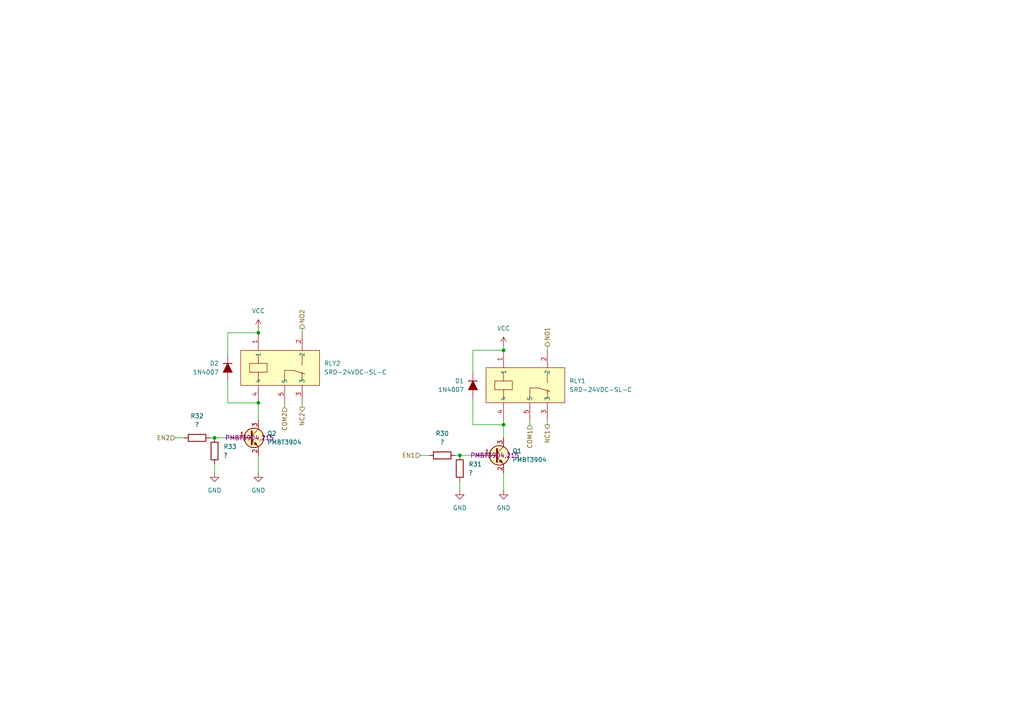
<source format=kicad_sch>
(kicad_sch (version 20250114) (generator "eeschema") (generator_version "9.0")
  (paper "A4")
  (lib_symbols
    (symbol "PCM_Diode_AKL:1N4007" (pin_numbers (hide yes)) (pin_names (offset 1.016) (hide yes))
      (property "Reference" "D" (at 0 5.08 0))
      (property "Value" "1N4007" (at 0 2.54 0))
      (symbol "1N4007_0_1"
        (polyline (pts (xy -1.27 1.27) (xy -1.27 -1.27) (xy 1.27 0) (xy -1.27 1.27)) (stroke (width 0.254)) (fill (type outline)))
        (polyline (pts (xy -1.27 0) (xy 1.27 0)))
        (polyline (pts (xy 1.27 1.27) (xy 1.27 -1.27)) (stroke (width 0.254)))
      )
      (symbol "1N4007_0_2"
        (polyline (pts (xy -2.54 -2.54) (xy 2.54 2.54)))
        (polyline (pts (xy -0.889 -0.889) (xy -1.778 0) (xy 0.889 0.889) (xy 0 -1.778) (xy -0.889 -0.889)) (stroke (width 0.254)) (fill (type outline)))
        (polyline (pts (xy 0 1.778) (xy 1.778 0)) (stroke (width 0.254)))
      )
      (symbol "1N4007_1_1"
        (pin passive line (at -3.81 0 0) (length 2.54) (name "A") (number "2"))
        (pin passive line (at 3.81 0 180) (length 2.54) (name "K") (number "1"))
      )
      (symbol "1N4007_1_2"
        (pin passive line (at -2.54 -2.54 0) (length 0) (name "A") (number "2"))
        (pin passive line (at 2.54 2.54 180) (length 0) (name "K") (number "1"))
      )
    )
    (symbol "PCM_Resistor_AKL:R_0603" (pin_numbers (hide yes)) (pin_names (offset 0))
      (property "Reference" "R" (at 2.54 1.27 0))
      (property "Value" "R_0603" (at 2.54 -1.27 0))
      (symbol "R_0603_0_1"
        (rectangle (start -1.016 2.54) (end 1.016 -2.54) (stroke (width 0.254)))
      )
      (symbol "R_0603_0_2"
        (polyline (pts (xy -2.54 -2.54) (xy -1.524 -1.524)))
        (polyline (pts (xy 1.524 1.524) (xy 2.54 2.54)))
        (polyline (pts (xy 1.524 1.524) (xy 0.889 2.159) (xy -2.159 -0.889) (xy -0.889 -2.159) (xy 2.159 0.889) (xy 1.524 1.524)) (stroke (width 0.254)))
      )
      (symbol "R_0603_1_1"
        (pin passive line (at 0 3.81 270) (length 1.27) (name "~") (number "1"))
        (pin passive line (at 0 -3.81 90) (length 1.27) (name "~") (number "2"))
      )
      (symbol "R_0603_1_2"
        (pin passive line (at -2.54 -2.54 0) (length 0) (name "") (number "2"))
        (pin passive line (at 2.54 2.54 180) (length 0) (name "") (number "1"))
      )
    )
    (symbol "PCM_Transistor_BJT_AKL:PMBT3904" (pin_names (hide yes))
      (property "Reference" "Q" (at 5.08 1.27 0))
      (property "Value" "PMBT3904" (at 5.08 -1.27 0))
      (symbol "PMBT3904_0_1"
        (polyline (pts (xy 0.635 1.905) (xy 0.635 -1.905) (xy 0.635 -1.905)) (stroke (width 0.508)))
        (polyline (pts (xy 0.635 0.635) (xy 2.54 2.54)))
        (polyline (pts (xy 0.635 -0.635) (xy 2.54 -2.54) (xy 2.54 -2.54)))
        (circle (center 1.27 0) (radius 2.8194) (stroke (width 0.254)) (fill (type background)))
        (polyline (pts (xy 1.27 -1.778) (xy 1.778 -1.27) (xy 2.286 -2.286) (xy 1.27 -1.778) (xy 1.27 -1.778)) (fill (type outline)))
      )
      (symbol "PMBT3904_1_1"
        (pin input line (at -5.08 0 0) (length 5.715) (name "B") (number "1"))
        (pin passive line (at 2.54 5.08 270) (length 2.54) (name "C") (number "3"))
        (pin passive line (at 2.54 -5.08 90) (length 2.54) (name "E") (number "2"))
      )
    )
    (symbol "easyeda2kicad:SRD-24VDC-SL-C"
      (property "Reference" "RLY" (at 0 11.43 0))
      (property "Value" "SRD-24VDC-SL-C" (at 0 -11.43 0))
      (symbol "SRD-24VDC-SL-C_0_1"
        (rectangle (start -5.08 11.43) (end 5.08 -11.43) (fill (type background)))
        (polyline (pts (xy -3.81 6.35) (xy -0.76 6.35)))
        (arc (start -3.81 6.1) (mid -3.81 6.1) (end -3.81 6.1))
        (polyline (pts (xy -3.81 -6.35) (xy -1.27 -6.35)))
        (arc (start -3.81 -6.6) (mid -3.81 -6.6) (end -3.81 -6.6))
        (polyline (pts (xy 0.76 3.81) (xy 1.78 7.11)))
        (polyline (pts (xy 1.27 -6.35) (xy 3.81 -6.35)))
        (polyline (pts (xy 1.27 -8.89) (xy -1.27 -8.89) (xy -1.27 -3.81) (xy 1.27 -3.81) (xy 1.27 -8.89)) (fill (type background)))
        (polyline (pts (xy 3.81 6.35) (xy 1.27 6.35)))
        (arc (start 3.81 6.1) (mid 3.81 6.1) (end 3.81 6.1))
        (polyline (pts (xy 3.81 1.27) (xy 0.76 1.27) (xy 0.76 3.81)))
        (arc (start 3.81 -1.52) (mid 3.81 -1.52) (end 3.81 -1.52))
        (arc (start 3.81 -6.6) (mid 3.81 -6.6) (end 3.81 -6.6))
        (pin input line (at -10.16 6.35 0) (length 5.08) (name "2") (number "2"))
        (pin input line (at -10.16 -6.35 0) (length 5.08) (name "1") (number "1"))
        (pin input line (at 10.16 6.35 180) (length 5.08) (name "3") (number "3"))
        (pin input line (at 10.16 1.27 180) (length 5.08) (name "5") (number "5"))
        (pin input line (at 10.16 -6.35 180) (length 5.08) (name "4") (number "4"))
      )
    )
    (symbol "power:GND" (power) (pin_numbers (hide yes)) (pin_names (offset 0) (hide yes))
      (property "Value" "GND" (at 0 -3.81 0))
      (symbol "GND_0_1"
        (polyline (pts (xy 0 0) (xy 0 -1.27) (xy 1.27 -1.27) (xy 0 -2.54) (xy -1.27 -1.27) (xy 0 -1.27)))
      )
      (symbol "GND_1_1"
        (pin power_in line (at 0 0 270) (length 0) (name "~") (number "1"))
      )
    )
    (symbol "power:VCC" (power) (pin_numbers (hide yes)) (pin_names (offset 0) (hide yes))
      (property "Value" "VCC" (at 0 3.556 0))
      (symbol "VCC_0_1"
        (polyline (pts (xy -0.762 1.27) (xy 0 2.54)))
        (polyline (pts (xy 0 2.54) (xy 0.762 1.27)))
        (polyline (pts (xy 0 0) (xy 0 2.54)))
      )
      (symbol "VCC_1_1"
        (pin power_in line (at 0 0 90) (length 0) (name "~") (number "1"))
      )
    )
  )
  (junction (at 146.05 123.19))
  (junction (at 74.93 116.84))
  (junction (at 146.05 101.6))
  (junction (at 133.35 132.08))
  (junction (at 62.23 127))
  (junction (at 74.93 96.52))
  (wire (pts (xy 74.93 116.84) (xy 74.93 121.92)))
  (wire (pts (xy 133.35 132.08) (xy 138.43 132.08)))
  (wire (pts (xy 146.05 123.19) (xy 146.05 127)))
  (wire (pts (xy 146.05 121.92) (xy 146.05 123.19)))
  (wire (pts (xy 158.75 123.19) (xy 158.75 121.92)))
  (wire (pts (xy 74.93 95.25) (xy 74.93 96.52)))
  (wire (pts (xy 158.75 100.33) (xy 158.75 101.6)))
  (wire (pts (xy 87.63 95.25) (xy 87.63 96.52)))
  (wire (pts (xy 62.23 127) (xy 67.31 127)))
  (wire (pts (xy 137.16 101.6) (xy 146.05 101.6)))
  (wire (pts (xy 132.08 132.08) (xy 133.35 132.08)))
  (wire (pts (xy 66.04 96.52) (xy 74.93 96.52)))
  (wire (pts (xy 60.96 127) (xy 62.23 127)))
  (wire (pts (xy 62.23 137.16) (xy 62.23 134.62)))
  (wire (pts (xy 87.63 118.11) (xy 87.63 116.84)))
  (wire (pts (xy 133.35 142.24) (xy 133.35 139.7)))
  (wire (pts (xy 137.16 115.57) (xy 137.16 123.19)))
  (wire (pts (xy 82.55 118.11) (xy 82.55 116.84)))
  (wire (pts (xy 137.16 123.19) (xy 146.05 123.19)))
  (wire (pts (xy 153.67 123.19) (xy 153.67 121.92)))
  (wire (pts (xy 66.04 110.49) (xy 66.04 116.84)))
  (wire (pts (xy 66.04 102.87) (xy 66.04 96.52)))
  (wire (pts (xy 121.92 132.08) (xy 124.46 132.08)))
  (wire (pts (xy 50.8 127) (xy 53.34 127)))
  (wire (pts (xy 146.05 100.33) (xy 146.05 101.6)))
  (wire (pts (xy 66.04 116.84) (xy 74.93 116.84)))
  (wire (pts (xy 74.93 137.16) (xy 74.93 132.08)))
  (wire (pts (xy 137.16 107.95) (xy 137.16 101.6)))
  (wire (pts (xy 146.05 142.24) (xy 146.05 137.16)))
  (hierarchical_label "COM2" (shape input) (at 82.55 118.11 270))
  (hierarchical_label "NC2" (shape output) (at 87.63 118.11 270))
  (hierarchical_label "EN1" (shape input) (at 121.92 132.08 180))
  (hierarchical_label "EN2" (shape input) (at 50.8 127 180))
  (hierarchical_label "NO2" (shape output) (at 87.63 95.25 90))
  (hierarchical_label "NC1" (shape output) (at 158.75 123.19 270))
  (hierarchical_label "COM1" (shape input) (at 153.67 123.19 270))
  (hierarchical_label "NO1" (shape output) (at 158.75 100.33 90))
  (symbol (lib_id "PCM_Resistor_AKL:R_0603") (at 133.35 135.89 180) (unit 1)
    (property "Reference" "R31" (at 135.89 134.6199 0) (effects (justify right)))
    (property "Value" "?" (at 135.89 137.1599 0) (effects (justify right)))
    (property "Footprint" "PCM_Resistor_SMD_AKL:R_0603_1608Metric" (effects (hide yes)))
    (property "Description" "SMD 0603 Chip Resistor, European Symbol, Alternate KiCad Library" (effects (hide yes)))
  )
  (symbol (lib_id "easyeda2kicad:SRD-24VDC-SL-C") (at 81.28 106.68 270) (unit 1)
    (property "Reference" "RLY2" (at 93.98 105.4099 90) (effects (justify left)))
    (property "Value" "SRD-24VDC-SL-C" (at 93.98 107.9499 90) (effects (justify left)))
    (property "Footprint" "easyeda2kicad:RELAY-TH_SRD-XXVDC-XL-C" (effects (hide yes)))
    (property "Datasheet" "https://lcsc.com/product-detail/Relays_SRD-24VDC-SL-C_C15840.html" (effects (hide yes)))
    (property "LCSC Part" "C15840" (effects (hide yes)))
  )
  (symbol (lib_id "power:VCC") (at 146.05 100.33 0) (unit 1)
    (property "Reference" "#PWR036" (effects (hide yes)))
    (property "Value" "VCC" (at 146.05 95.25 0))
    (property "Description" "Power symbol creates a global label with name \"VCC\"" (effects (hide yes)))
  )
  (symbol (lib_id "easyeda2kicad:SRD-24VDC-SL-C") (at 152.4 111.76 270) (unit 1)
    (property "Reference" "RLY1" (at 165.1 110.4899 90) (effects (justify left)))
    (property "Value" "SRD-24VDC-SL-C" (at 165.1 113.0299 90) (effects (justify left)))
    (property "Footprint" "easyeda2kicad:RELAY-TH_SRD-XXVDC-XL-C" (effects (hide yes)))
    (property "Datasheet" "https://lcsc.com/product-detail/Relays_SRD-24VDC-SL-C_C15840.html" (effects (hide yes)))
    (property "LCSC Part" "C15840" (effects (hide yes)))
  )
  (symbol (lib_id "PCM_Resistor_AKL:R_0603") (at 62.23 130.81 180) (unit 1)
    (property "Reference" "R33" (at 64.77 129.5399 0) (effects (justify right)))
    (property "Value" "?" (at 64.77 132.0799 0) (effects (justify right)))
    (property "Footprint" "PCM_Resistor_SMD_AKL:R_0603_1608Metric" (effects (hide yes)))
    (property "Description" "SMD 0603 Chip Resistor, European Symbol, Alternate KiCad Library" (effects (hide yes)))
  )
  (symbol (lib_id "power:GND") (at 146.05 142.24 0) (unit 1)
    (property "Reference" "#PWR046" (effects (hide yes)))
    (property "Value" "GND" (at 146.05 147.32 0))
    (property "Description" "Power symbol creates a global label with name \"GND\" , ground" (effects (hide yes)))
  )
  (symbol (lib_id "PCM_Resistor_AKL:R_0603") (at 128.27 132.08 90) (unit 1)
    (property "Reference" "R30" (at 128.27 125.73 90))
    (property "Value" "?" (at 128.27 128.27 90))
    (property "Footprint" "PCM_Resistor_SMD_AKL:R_0603_1608Metric" (effects (hide yes)))
    (property "Description" "SMD 0603 Chip Resistor, European Symbol, Alternate KiCad Library" (effects (hide yes)))
  )
  (symbol (lib_id "PCM_Transistor_BJT_AKL:PMBT3904") (at 143.51 132.08 0) (unit 1)
    (property "Reference" "Q1" (at 148.59 130.8099 0) (effects (justify left)))
    (property "Value" "PMBT3904" (at 148.59 133.3499 0) (effects (justify left)))
    (property "Footprint" "PCM_Package_TO_SOT_SMD_AKL:SOT-23" (effects (hide yes)))
    (property "Datasheet" "https://www.tme.eu/Document/339ed4414f8eabc09410a6c08918f53a/PMBT3904.pdf" (effects (hide yes)))
    (property "Description" "NPN SOT-23 transistor, 40V, 200mA, 250mW, Alternate KiCAD Library" (effects (hide yes)))
    (property "PART NUMBERT" "PMBT3904,215" (at 143.51 132.08 0))
  )
  (symbol (lib_id "power:GND") (at 133.35 142.24 0) (unit 1)
    (property "Reference" "#PWR047" (effects (hide yes)))
    (property "Value" "GND" (at 133.35 147.32 0))
    (property "Description" "Power symbol creates a global label with name \"GND\" , ground" (effects (hide yes)))
  )
  (symbol (lib_id "PCM_Resistor_AKL:R_0603") (at 57.15 127 90) (unit 1)
    (property "Reference" "R32" (at 57.15 120.65 90))
    (property "Value" "?" (at 57.15 123.19 90))
    (property "Footprint" "PCM_Resistor_SMD_AKL:R_0603_1608Metric" (effects (hide yes)))
    (property "Description" "SMD 0603 Chip Resistor, European Symbol, Alternate KiCad Library" (effects (hide yes)))
  )
  (symbol (lib_id "power:GND") (at 74.93 137.16 0) (unit 1)
    (property "Reference" "#PWR050" (effects (hide yes)))
    (property "Value" "GND" (at 74.93 142.24 0))
    (property "Description" "Power symbol creates a global label with name \"GND\" , ground" (effects (hide yes)))
  )
  (symbol (lib_id "PCM_Transistor_BJT_AKL:PMBT3904") (at 72.39 127 0) (unit 1)
    (property "Reference" "Q2" (at 77.47 125.7299 0) (effects (justify left)))
    (property "Value" "PMBT3904" (at 77.47 128.2699 0) (effects (justify left)))
    (property "Footprint" "PCM_Package_TO_SOT_SMD_AKL:SOT-23" (effects (hide yes)))
    (property "Datasheet" "https://www.tme.eu/Document/339ed4414f8eabc09410a6c08918f53a/PMBT3904.pdf" (effects (hide yes)))
    (property "Description" "NPN SOT-23 transistor, 40V, 200mA, 250mW, Alternate KiCAD Library" (effects (hide yes)))
    (property "PART NUMBERT" "PMBT3904,215" (at 72.39 127 0))
  )
  (symbol (lib_id "PCM_Diode_AKL:1N4007") (at 137.16 111.76 270) (mirror x) (unit 1)
    (property "Reference" "D1" (at 134.62 110.4899 90) (effects (justify right)))
    (property "Value" "1N4007" (at 134.62 113.0299 90) (effects (justify right)))
    (property "Footprint" "Diode_SMD:D_SOD-123F" (effects (hide yes)))
    (property "Datasheet" "https://www.tme.eu/Document/5f8ffc5ac30fc86bac97d66040bf5502/1n400x.pdf" (effects (hide yes)))
    (property "Description" "DO-41 Diode, Rectifier, 1000V, 1A, Alternate KiCad Library" (effects (hide yes)))
    (property "PART NUMBERT" "1N4007W 46MIL" (effects (hide yes)))
  )
  (symbol (lib_id "power:GND") (at 62.23 137.16 0) (unit 1)
    (property "Reference" "#PWR048" (effects (hide yes)))
    (property "Value" "GND" (at 62.23 142.24 0))
    (property "Description" "Power symbol creates a global label with name \"GND\" , ground" (effects (hide yes)))
  )
  (symbol (lib_id "PCM_Diode_AKL:1N4007") (at 66.04 106.68 270) (mirror x) (unit 1)
    (property "Reference" "D2" (at 63.5 105.4099 90) (effects (justify right)))
    (property "Value" "1N4007" (at 63.5 107.9499 90) (effects (justify right)))
    (property "Footprint" "Diode_SMD:D_SOD-123F" (effects (hide yes)))
    (property "Datasheet" "https://www.tme.eu/Document/5f8ffc5ac30fc86bac97d66040bf5502/1n400x.pdf" (effects (hide yes)))
    (property "Description" "DO-41 Diode, Rectifier, 1000V, 1A, Alternate KiCad Library" (effects (hide yes)))
    (property "PART NUMBERT" "1N4007W 46MIL" (effects (hide yes)))
  )
  (symbol (lib_id "power:VCC") (at 74.93 95.25 0) (unit 1)
    (property "Reference" "#PWR049" (effects (hide yes)))
    (property "Value" "VCC" (at 74.93 90.17 0))
    (property "Description" "Power symbol creates a global label with name \"VCC\"" (effects (hide yes)))
  )
)
</source>
